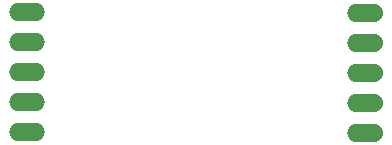
<source format=gbr>
%TF.GenerationSoftware,KiCad,Pcbnew,6.0.10-86aedd382b~118~ubuntu20.04.1*%
%TF.CreationDate,2022-12-20T17:41:17+01:00*%
%TF.ProjectId,DC_UPS,44435f55-5053-42e6-9b69-6361645f7063,rev?*%
%TF.SameCoordinates,Original*%
%TF.FileFunction,Soldermask,Bot*%
%TF.FilePolarity,Negative*%
%FSLAX46Y46*%
G04 Gerber Fmt 4.6, Leading zero omitted, Abs format (unit mm)*
G04 Created by KiCad (PCBNEW 6.0.10-86aedd382b~118~ubuntu20.04.1) date 2022-12-20 17:41:17*
%MOMM*%
%LPD*%
G01*
G04 APERTURE LIST*
%ADD10O,3.048000X1.524000*%
%ADD11C,1.524000*%
G04 APERTURE END LIST*
D10*
%TO.C,J2*%
X30713000Y-50085000D03*
D11*
X29975000Y-50085000D03*
D10*
X30713000Y-47545000D03*
D11*
X29975000Y-47545000D03*
D10*
X30713000Y-45005000D03*
D11*
X29975000Y-45005000D03*
D10*
X30713000Y-42465000D03*
D11*
X29975000Y-42465000D03*
D10*
X30713000Y-39925000D03*
D11*
X29975000Y-39925000D03*
%TD*%
D10*
%TO.C,J3*%
X59287000Y-50090000D03*
D11*
X60025000Y-50090000D03*
D10*
X59287000Y-47550000D03*
D11*
X60025000Y-47550000D03*
D10*
X59287000Y-45010000D03*
D11*
X60025000Y-45010000D03*
X60025000Y-42470000D03*
D10*
X59287000Y-42470000D03*
X59287000Y-39930000D03*
D11*
X60025000Y-39930000D03*
%TD*%
M02*

</source>
